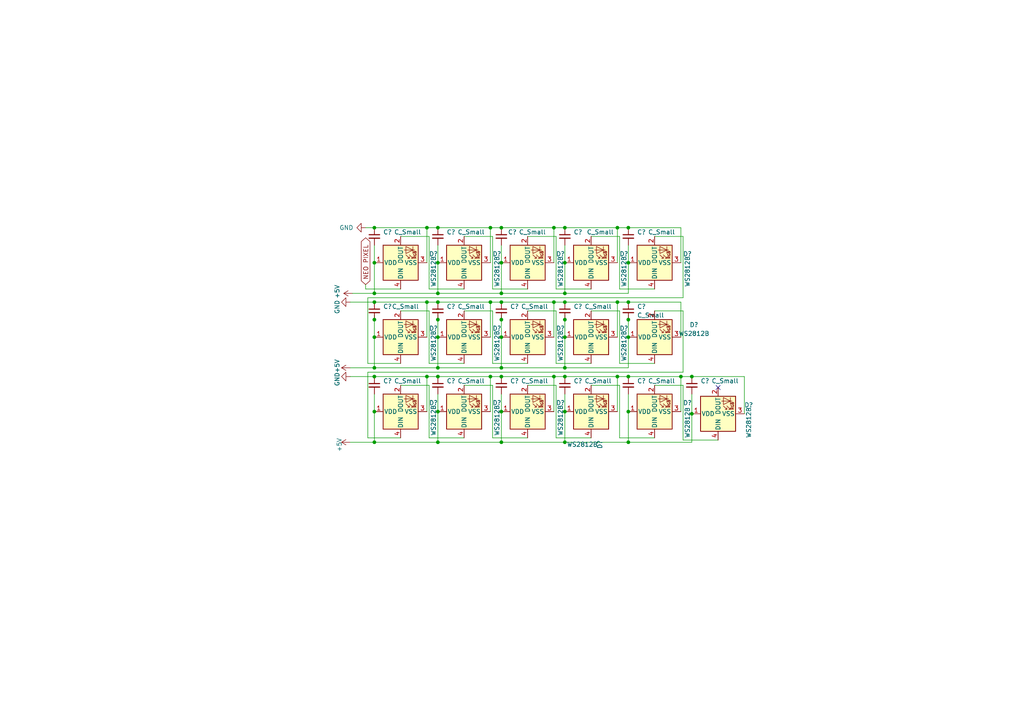
<source format=kicad_sch>
(kicad_sch (version 20211123) (generator eeschema)
  (paper "A4")
  (lib_symbols
    (symbol "Device:C_Small" (pin_numbers hide) (pin_names (offset 0.254) hide)
      (property "Reference" "C" (at 0.254 1.778 0))
      (property "Value" "C_Small" (at 0.254 -2.032 0))
      (symbol "C_Small_0_1"
        (polyline (pts (xy -1.524 -0.508) (xy 1.524 -0.508)) (stroke (width 0.3302)))
        (polyline (pts (xy -1.524 0.508) (xy 1.524 0.508)) (stroke (width 0.3048)))
      )
      (symbol "C_Small_1_1"
        (pin passive line (at 0 2.54 270) (length 2.032) (name "~") (number "1"))
        (pin passive line (at 0 -2.54 90) (length 2.032) (name "~") (number "2"))
      )
    )
    (symbol "LED:WS2812B" (pin_names (offset 0.254))
      (property "Reference" "D" (at 5.08 5.715 0))
      (property "Value" "WS2812B" (at 1.27 -5.715 0))
      (symbol "WS2812B_0_0"
        (text "RGB" (at 2.286 -4.191 0) (effects (font (size 0.762 0.762))))
      )
      (symbol "WS2812B_0_1"
        (polyline (pts (xy 1.27 -3.556) (xy 1.778 -3.556)))
        (polyline (pts (xy 1.27 -2.54) (xy 1.778 -2.54)))
        (polyline (pts (xy 4.699 -3.556) (xy 2.667 -3.556)))
        (polyline (pts (xy 2.286 -2.54) (xy 1.27 -3.556) (xy 1.27 -3.048)))
        (polyline (pts (xy 2.286 -1.524) (xy 1.27 -2.54) (xy 1.27 -2.032)))
        (polyline (pts (xy 3.683 -1.016) (xy 3.683 -3.556) (xy 3.683 -4.064)))
        (polyline (pts (xy 4.699 -1.524) (xy 2.667 -1.524) (xy 3.683 -3.556) (xy 4.699 -1.524)))
        (rectangle (start 5.08 5.08) (end -5.08 -5.08) (stroke (width 0.254)) (fill (type background)))
      )
      (symbol "WS2812B_1_1"
        (pin power_in line (at 0 7.62 270) (length 2.54) (name "VDD") (number "1"))
        (pin output line (at 7.62 0 180) (length 2.54) (name "DOUT") (number "2"))
        (pin power_in line (at 0 -7.62 90) (length 2.54) (name "VSS") (number "3"))
        (pin input line (at -7.62 0 0) (length 2.54) (name "DIN") (number "4"))
      )
    )
    (symbol "power:+5V" (power) (pin_names (offset 0))
      (property "Value" "+5V" (at 0 3.556 0))
      (symbol "+5V_0_1"
        (polyline (pts (xy -0.762 1.27) (xy 0 2.54)))
        (polyline (pts (xy 0 0) (xy 0 2.54)))
        (polyline (pts (xy 0 2.54) (xy 0.762 1.27)))
      )
      (symbol "+5V_1_1"
        (pin power_in line (at 0 0 90) (length 0) hide (name "+5V") (number "1"))
      )
    )
    (symbol "power:GND" (power) (pin_names (offset 0))
      (property "Value" "GND" (at 0 -3.81 0))
      (symbol "GND_0_1"
        (polyline (pts (xy 0 0) (xy 0 -1.27) (xy 1.27 -1.27) (xy 0 -2.54) (xy -1.27 -1.27) (xy 0 -1.27)))
      )
      (symbol "GND_1_1"
        (pin power_in line (at 0 0 270) (length 0) hide (name "GND") (number "1"))
      )
    )
  )
  (junction (at 163.83 109.22))
  (junction (at 108.585 66.04))
  (junction (at 108.585 128.27))
  (junction (at 182.245 97.79))
  (junction (at 127 92.71))
  (junction (at 182.245 119.38))
  (junction (at 108.585 76.2))
  (junction (at 182.245 76.2))
  (junction (at 108.585 87.63))
  (junction (at 142.24 109.22))
  (junction (at 127 76.2))
  (junction (at 179.07 87.63))
  (junction (at 108.585 85.09))
  (junction (at 163.83 119.38))
  (junction (at 127 87.63))
  (junction (at 145.415 76.2))
  (junction (at 179.07 66.04))
  (junction (at 127 106.68))
  (junction (at 163.83 76.2))
  (junction (at 163.83 66.04))
  (junction (at 182.245 66.04))
  (junction (at 200.66 120.015))
  (junction (at 145.415 66.04))
  (junction (at 182.245 92.71))
  (junction (at 182.245 128.27))
  (junction (at 145.415 85.09))
  (junction (at 179.07 109.22))
  (junction (at 145.415 92.71))
  (junction (at 160.655 87.63))
  (junction (at 182.245 87.63))
  (junction (at 108.585 119.38))
  (junction (at 163.83 128.27))
  (junction (at 163.83 106.68))
  (junction (at 160.655 109.22))
  (junction (at 163.83 92.71))
  (junction (at 127 66.04))
  (junction (at 145.415 128.27))
  (junction (at 123.825 109.22))
  (junction (at 145.415 106.68))
  (junction (at 163.83 87.63))
  (junction (at 197.485 109.22))
  (junction (at 142.24 87.63))
  (junction (at 163.83 97.79))
  (junction (at 123.825 66.04))
  (junction (at 127 128.27))
  (junction (at 123.825 87.63))
  (junction (at 145.415 119.38))
  (junction (at 127 97.79))
  (junction (at 108.585 109.22))
  (junction (at 127 119.38))
  (junction (at 127 109.22))
  (junction (at 163.83 85.09))
  (junction (at 145.415 109.22))
  (junction (at 142.24 66.04))
  (junction (at 182.245 109.22))
  (junction (at 108.585 106.68))
  (junction (at 200.66 109.22))
  (junction (at 108.585 92.71))
  (junction (at 145.415 87.63))
  (junction (at 145.415 97.79))
  (junction (at 108.585 97.79))
  (junction (at 127 85.09))
  (junction (at 160.655 66.04))
  (no_connect (at 208.28 112.395))
  (wire (pts (xy 200.66 114.3) (xy 200.66 120.015)))
  (wire (pts (xy 153.035 68.58) (xy 161.29 68.58)))
  (wire (pts (xy 142.875 111.76) (xy 134.62 111.76)))
  (wire (pts (xy 142.875 111.76) (xy 142.875 127)))
  (wire (pts (xy 108.585 109.22) (xy 123.825 109.22)))
  (wire (pts (xy 123.825 109.22) (xy 127 109.22)))
  (wire (pts (xy 163.83 119.38) (xy 163.83 128.27)))
  (wire (pts (xy 124.46 90.17) (xy 124.46 105.41)))
  (wire (pts (xy 127 97.79) (xy 127 106.68)))
  (wire (pts (xy 106.68 105.41) (xy 116.205 105.41)))
  (wire (pts (xy 171.45 90.17) (xy 179.705 90.17)))
  (wire (pts (xy 145.415 97.79) (xy 145.415 106.68)))
  (wire (pts (xy 163.83 109.22) (xy 179.07 109.22)))
  (wire (pts (xy 145.415 71.12) (xy 145.415 76.2)))
  (wire (pts (xy 123.825 109.22) (xy 123.825 119.38)))
  (wire (pts (xy 124.46 83.82) (xy 134.62 83.82)))
  (wire (pts (xy 153.035 90.17) (xy 161.29 90.17)))
  (wire (pts (xy 116.205 90.17) (xy 124.46 90.17)))
  (wire (pts (xy 142.24 66.04) (xy 145.415 66.04)))
  (wire (pts (xy 198.12 86.36) (xy 106.68 86.36)))
  (wire (pts (xy 182.245 128.27) (xy 200.66 128.27)))
  (wire (pts (xy 198.12 68.58) (xy 198.12 86.36)))
  (wire (pts (xy 160.655 87.63) (xy 160.655 97.79)))
  (wire (pts (xy 179.07 87.63) (xy 182.245 87.63)))
  (wire (pts (xy 161.29 90.17) (xy 161.29 105.41)))
  (wire (pts (xy 145.415 119.38) (xy 145.415 128.27)))
  (wire (pts (xy 179.705 111.76) (xy 171.45 111.76)))
  (wire (pts (xy 179.07 66.04) (xy 182.245 66.04)))
  (wire (pts (xy 163.83 71.12) (xy 163.83 76.2)))
  (wire (pts (xy 127 76.2) (xy 127 85.09)))
  (wire (pts (xy 200.66 109.22) (xy 215.9 109.22)))
  (wire (pts (xy 179.705 90.17) (xy 179.705 105.41)))
  (wire (pts (xy 182.245 66.04) (xy 197.485 66.04)))
  (wire (pts (xy 163.83 92.71) (xy 163.83 97.79)))
  (wire (pts (xy 108.585 91.44) (xy 108.585 92.71)))
  (wire (pts (xy 142.875 127) (xy 153.035 127)))
  (wire (pts (xy 106.68 127) (xy 116.205 127)))
  (wire (pts (xy 200.66 128.27) (xy 200.66 120.015)))
  (wire (pts (xy 108.585 128.27) (xy 127 128.27)))
  (wire (pts (xy 127 114.3) (xy 127 119.38)))
  (wire (pts (xy 127 128.27) (xy 145.415 128.27)))
  (wire (pts (xy 197.485 76.2) (xy 197.485 66.04)))
  (wire (pts (xy 163.83 91.44) (xy 163.83 92.71)))
  (wire (pts (xy 127 87.63) (xy 142.24 87.63)))
  (wire (pts (xy 127 66.04) (xy 142.24 66.04)))
  (wire (pts (xy 145.415 66.04) (xy 160.655 66.04)))
  (wire (pts (xy 116.205 68.58) (xy 124.46 68.58)))
  (wire (pts (xy 108.585 76.2) (xy 108.585 85.09)))
  (wire (pts (xy 108.585 85.09) (xy 127 85.09)))
  (wire (pts (xy 161.29 68.58) (xy 161.29 83.82)))
  (wire (pts (xy 123.825 87.63) (xy 123.825 97.79)))
  (wire (pts (xy 163.83 85.09) (xy 182.245 85.09)))
  (wire (pts (xy 160.655 66.04) (xy 160.655 76.2)))
  (wire (pts (xy 142.24 109.22) (xy 145.415 109.22)))
  (wire (pts (xy 160.655 87.63) (xy 163.83 87.63)))
  (wire (pts (xy 145.415 85.09) (xy 163.83 85.09)))
  (wire (pts (xy 108.585 66.04) (xy 123.825 66.04)))
  (wire (pts (xy 127 109.22) (xy 142.24 109.22)))
  (wire (pts (xy 197.485 109.22) (xy 197.485 119.38)))
  (wire (pts (xy 142.24 87.63) (xy 145.415 87.63)))
  (wire (pts (xy 161.29 83.82) (xy 171.45 83.82)))
  (wire (pts (xy 108.585 114.3) (xy 108.585 119.38)))
  (wire (pts (xy 106.045 82.55) (xy 106.045 83.82)))
  (wire (pts (xy 102.235 85.09) (xy 108.585 85.09)))
  (wire (pts (xy 215.9 109.22) (xy 215.9 120.015)))
  (wire (pts (xy 198.12 111.76) (xy 198.12 127.635)))
  (wire (pts (xy 142.24 87.63) (xy 142.24 97.79)))
  (wire (pts (xy 142.875 83.82) (xy 153.035 83.82)))
  (wire (pts (xy 163.83 97.79) (xy 163.83 106.68)))
  (wire (pts (xy 198.12 127.635) (xy 208.28 127.635)))
  (wire (pts (xy 106.68 86.36) (xy 106.68 105.41)))
  (wire (pts (xy 182.245 114.3) (xy 182.245 119.38)))
  (wire (pts (xy 163.83 128.27) (xy 182.245 128.27)))
  (wire (pts (xy 182.245 87.63) (xy 197.485 87.63)))
  (wire (pts (xy 160.655 109.22) (xy 160.655 119.38)))
  (wire (pts (xy 124.46 68.58) (xy 124.46 83.82)))
  (wire (pts (xy 163.83 76.2) (xy 163.83 85.09)))
  (wire (pts (xy 101.6 109.22) (xy 108.585 109.22)))
  (wire (pts (xy 179.705 127) (xy 189.865 127)))
  (wire (pts (xy 127 91.44) (xy 127 92.71)))
  (wire (pts (xy 182.245 85.09) (xy 182.245 76.2)))
  (wire (pts (xy 145.415 91.44) (xy 145.415 92.71)))
  (wire (pts (xy 179.07 66.04) (xy 179.07 76.2)))
  (wire (pts (xy 145.415 87.63) (xy 160.655 87.63)))
  (wire (pts (xy 189.865 90.17) (xy 198.12 90.17)))
  (wire (pts (xy 142.24 66.04) (xy 142.24 76.2)))
  (wire (pts (xy 145.415 109.22) (xy 160.655 109.22)))
  (wire (pts (xy 197.485 109.22) (xy 200.66 109.22)))
  (wire (pts (xy 127 106.68) (xy 145.415 106.68)))
  (wire (pts (xy 108.585 92.71) (xy 108.585 97.79)))
  (wire (pts (xy 142.875 68.58) (xy 142.875 83.82)))
  (wire (pts (xy 134.62 90.17) (xy 142.875 90.17)))
  (wire (pts (xy 182.245 92.71) (xy 182.245 97.79)))
  (wire (pts (xy 145.415 106.68) (xy 163.83 106.68)))
  (wire (pts (xy 123.825 66.04) (xy 123.825 76.2)))
  (wire (pts (xy 127 119.38) (xy 127 128.27)))
  (wire (pts (xy 127 92.71) (xy 127 97.79)))
  (wire (pts (xy 161.29 111.76) (xy 153.035 111.76)))
  (wire (pts (xy 179.07 87.63) (xy 179.07 97.79)))
  (wire (pts (xy 163.83 66.04) (xy 179.07 66.04)))
  (wire (pts (xy 189.865 68.58) (xy 198.12 68.58)))
  (wire (pts (xy 106.68 107.95) (xy 198.12 107.95)))
  (wire (pts (xy 198.12 111.76) (xy 189.865 111.76)))
  (wire (pts (xy 160.655 109.22) (xy 163.83 109.22)))
  (wire (pts (xy 179.705 68.58) (xy 179.705 83.82)))
  (wire (pts (xy 108.585 106.68) (xy 127 106.68)))
  (wire (pts (xy 108.585 97.79) (xy 108.585 106.68)))
  (wire (pts (xy 145.415 92.71) (xy 145.415 97.79)))
  (wire (pts (xy 179.07 109.22) (xy 179.07 119.38)))
  (wire (pts (xy 142.875 90.17) (xy 142.875 105.41)))
  (wire (pts (xy 108.585 87.63) (xy 123.825 87.63)))
  (wire (pts (xy 142.875 105.41) (xy 153.035 105.41)))
  (wire (pts (xy 124.46 111.76) (xy 116.205 111.76)))
  (wire (pts (xy 163.83 87.63) (xy 179.07 87.63)))
  (wire (pts (xy 160.655 66.04) (xy 163.83 66.04)))
  (wire (pts (xy 124.46 105.41) (xy 134.62 105.41)))
  (wire (pts (xy 123.825 87.63) (xy 127 87.63)))
  (wire (pts (xy 197.485 87.63) (xy 197.485 97.79)))
  (wire (pts (xy 182.245 109.22) (xy 197.485 109.22)))
  (wire (pts (xy 108.585 71.12) (xy 108.585 76.2)))
  (wire (pts (xy 127 85.09) (xy 145.415 85.09)))
  (wire (pts (xy 179.07 109.22) (xy 182.245 109.22)))
  (wire (pts (xy 182.245 106.68) (xy 182.245 97.79)))
  (wire (pts (xy 179.705 83.82) (xy 189.865 83.82)))
  (wire (pts (xy 163.83 114.3) (xy 163.83 119.38)))
  (wire (pts (xy 182.245 71.12) (xy 182.245 76.2)))
  (wire (pts (xy 106.68 107.95) (xy 106.68 127)))
  (wire (pts (xy 145.415 128.27) (xy 163.83 128.27)))
  (wire (pts (xy 106.045 66.04) (xy 108.585 66.04)))
  (wire (pts (xy 142.24 109.22) (xy 142.24 119.38)))
  (wire (pts (xy 134.62 68.58) (xy 142.875 68.58)))
  (wire (pts (xy 163.83 106.68) (xy 182.245 106.68)))
  (wire (pts (xy 145.415 76.2) (xy 145.415 85.09)))
  (wire (pts (xy 161.29 111.76) (xy 161.29 127)))
  (wire (pts (xy 108.585 119.38) (xy 108.585 128.27)))
  (wire (pts (xy 101.6 128.27) (xy 108.585 128.27)))
  (wire (pts (xy 179.705 105.41) (xy 189.865 105.41)))
  (wire (pts (xy 161.29 127) (xy 171.45 127)))
  (wire (pts (xy 124.46 111.76) (xy 124.46 127)))
  (wire (pts (xy 182.245 128.27) (xy 182.245 119.38)))
  (wire (pts (xy 161.29 105.41) (xy 171.45 105.41)))
  (wire (pts (xy 123.825 66.04) (xy 127 66.04)))
  (wire (pts (xy 106.045 83.82) (xy 116.205 83.82)))
  (wire (pts (xy 179.705 111.76) (xy 179.705 127)))
  (wire (pts (xy 198.12 90.17) (xy 198.12 107.95)))
  (wire (pts (xy 124.46 127) (xy 134.62 127)))
  (wire (pts (xy 171.45 68.58) (xy 179.705 68.58)))
  (wire (pts (xy 101.6 106.68) (xy 108.585 106.68)))
  (wire (pts (xy 127 71.12) (xy 127 76.2)))
  (wire (pts (xy 182.245 91.44) (xy 182.245 92.71)))
  (wire (pts (xy 145.415 114.3) (xy 145.415 119.38)))
  (wire (pts (xy 101.6 87.63) (xy 108.585 87.63)))
  (global_label "NEO PIXEL" (shape bidirectional) (at 106.045 82.55 90) (property "Intersheet References" "${INTERSHEET_REFS}" (effects hide)))
  (symbol (lib_id "Device:C_Small") (at 163.83 68.58 0) (unit 1)
    (property "Reference" "C?" (at 166.37 67.3162 0) (effects (justify left)))
    (property "Value" "C_Small" (at 170.18 67.31 0) (effects (justify left)))
    (property "Footprint" "Capacitor_SMD:C_0402_1005Metric" (effects hide))
    (property "LCSC" "C507422" (effects hide))
  )
  (symbol (lib_id "Device:C_Small") (at 182.245 111.76 0) (unit 1)
    (property "Reference" "C?" (at 184.785 110.4962 0) (effects (justify left)))
    (property "Value" "C_Small" (at 187.96 110.49 0) (effects (justify left)))
    (property "Footprint" "Capacitor_SMD:C_0402_1005Metric" (effects hide))
    (property "LCSC" "C507422" (effects hide))
  )
  (symbol (lib_id "LED:WS2812B") (at 153.035 97.79 90) (unit 1)
    (property "Reference" "D?" (at 162.56 95.25 90))
    (property "Value" "WS2812B" (at 162.56 100.33 0))
    (property "Footprint" "LED_SMD:LED_WS2812B_PLCC4_5.0x5.0mm_P3.2mm" (effects hide))
    (property "Datasheet" "https://cdn-shop.adafruit.com/datasheets/WS2812B.pdf" (effects hide))
    (property "LCSC" "C2761795" (effects hide))
  )
  (symbol (lib_id "LED:WS2812B") (at 134.62 97.79 90) (unit 1)
    (property "Reference" "D?" (at 144.145 95.25 90))
    (property "Value" "WS2812B" (at 144.145 100.33 0))
    (property "Footprint" "LED_SMD:LED_WS2812B_PLCC4_5.0x5.0mm_P3.2mm" (effects hide))
    (property "Datasheet" "https://cdn-shop.adafruit.com/datasheets/WS2812B.pdf" (effects hide))
    (property "LCSC" "C2761795" (effects hide))
  )
  (symbol (lib_id "LED:WS2812B") (at 171.45 97.79 90) (unit 1)
    (property "Reference" "D?" (at 180.975 95.25 90))
    (property "Value" "WS2812B" (at 180.975 100.33 0))
    (property "Footprint" "LED_SMD:LED_WS2812B_PLCC4_5.0x5.0mm_P3.2mm" (effects hide))
    (property "Datasheet" "https://cdn-shop.adafruit.com/datasheets/WS2812B.pdf" (effects hide))
    (property "LCSC" "C2761795" (effects hide))
  )
  (symbol (lib_id "Device:C_Small") (at 163.83 90.17 0) (unit 1)
    (property "Reference" "C?" (at 166.37 88.9062 0) (effects (justify left)))
    (property "Value" "C_Small" (at 169.545 88.9 0) (effects (justify left)))
    (property "Footprint" "Capacitor_SMD:C_0402_1005Metric" (effects hide))
    (property "LCSC" "C507422" (effects hide))
  )
  (symbol (lib_id "Device:C_Small") (at 145.415 111.76 0) (unit 1)
    (property "Reference" "C?" (at 147.955 110.4962 0) (effects (justify left)))
    (property "Value" "C_Small" (at 151.13 110.49 0) (effects (justify left)))
    (property "Footprint" "Capacitor_SMD:C_0402_1005Metric" (effects hide))
    (property "LCSC" "C507422" (effects hide))
  )
  (symbol (lib_id "Device:C_Small") (at 182.245 68.58 0) (unit 1)
    (property "Reference" "C?" (at 184.785 67.3162 0) (effects (justify left)))
    (property "Value" "C_Small" (at 187.96 67.31 0) (effects (justify left)))
    (property "Footprint" "Capacitor_SMD:C_0402_1005Metric" (effects hide))
    (property "LCSC" "C507422" (effects hide))
  )
  (symbol (lib_id "Device:C_Small") (at 145.415 68.58 0) (unit 1)
    (property "Reference" "C?" (at 147.32 67.3162 0) (effects (justify left)))
    (property "Value" "C_Small" (at 150.495 67.31 0) (effects (justify left)))
    (property "Footprint" "Capacitor_SMD:C_0402_1005Metric" (effects hide))
    (property "LCSC" "C507422" (effects hide))
  )
  (symbol (lib_id "LED:WS2812B") (at 189.865 119.38 90) (unit 1)
    (property "Reference" "D?" (at 199.39 116.84 90))
    (property "Value" "WS2812B" (at 199.39 122.555 0))
    (property "Footprint" "LED_SMD:LED_WS2812B_PLCC4_5.0x5.0mm_P3.2mm" (effects hide))
    (property "Datasheet" "https://cdn-shop.adafruit.com/datasheets/WS2812B.pdf" (effects hide))
    (property "LCSC" "C2761795" (effects hide))
  )
  (symbol (lib_id "LED:WS2812B") (at 153.035 76.2 90) (unit 1)
    (property "Reference" "D?" (at 162.56 73.66 90))
    (property "Value" "WS2812B" (at 162.56 78.74 0))
    (property "Footprint" "LED_SMD:LED_WS2812B_PLCC4_5.0x5.0mm_P3.2mm" (effects hide))
    (property "Datasheet" "https://cdn-shop.adafruit.com/datasheets/WS2812B.pdf" (effects hide))
    (property "LCSC" "C2761795" (effects hide))
  )
  (symbol (lib_id "Device:C_Small") (at 127 111.76 0) (unit 1)
    (property "Reference" "C?" (at 129.54 110.4962 0) (effects (justify left)))
    (property "Value" "C_Small" (at 132.715 110.49 0) (effects (justify left)))
    (property "Footprint" "Capacitor_SMD:C_0402_1005Metric" (effects hide))
    (property "LCSC" "C507422" (effects hide))
  )
  (symbol (lib_id "LED:WS2812B") (at 134.62 76.2 90) (unit 1)
    (property "Reference" "D?" (at 144.145 73.66 90))
    (property "Value" "WS2812B" (at 144.145 78.74 0))
    (property "Footprint" "LED_SMD:LED_WS2812B_PLCC4_5.0x5.0mm_P3.2mm" (effects hide))
    (property "Datasheet" "https://cdn-shop.adafruit.com/datasheets/WS2812B.pdf" (effects hide))
    (property "LCSL" "C2761795" (effects hide))
  )
  (symbol (lib_id "LED:WS2812B") (at 116.205 76.2 90) (unit 1)
    (property "Reference" "D?" (at 125.73 73.66 90))
    (property "Value" "WS2812B" (at 125.73 78.74 0))
    (property "Footprint" "LED_SMD:LED_WS2812B_PLCC4_5.0x5.0mm_P3.2mm" (effects hide))
    (property "Datasheet" "https://cdn-shop.adafruit.com/datasheets/WS2812B.pdf" (effects hide))
    (property "LCSC" "C2761795" (effects hide))
  )
  (symbol (lib_id "LED:WS2812B") (at 208.28 120.015 90) (unit 1)
    (property "Reference" "D?" (at 217.17 117.475 90))
    (property "Value" "WS2812B" (at 217.17 122.555 0))
    (property "Footprint" "LED_SMD:LED_WS2812B_PLCC4_5.0x5.0mm_P3.2mm" (effects hide))
    (property "Datasheet" "https://cdn-shop.adafruit.com/datasheets/WS2812B.pdf" (effects hide))
    (property "LCSC" "C2761795" (effects hide))
  )
  (symbol (lib_id "LED:WS2812B") (at 171.45 76.2 90) (unit 1)
    (property "Reference" "D?" (at 180.975 73.66 90))
    (property "Value" "WS2812B" (at 180.975 78.74 0))
    (property "Footprint" "LED_SMD:LED_WS2812B_PLCC4_5.0x5.0mm_P3.2mm" (effects hide))
    (property "Datasheet" "https://cdn-shop.adafruit.com/datasheets/WS2812B.pdf" (effects hide))
    (property "LCSC" "C2761795" (effects hide))
  )
  (symbol (lib_id "LED:WS2812B") (at 189.865 76.2 90) (unit 1)
    (property "Reference" "D?" (at 199.39 73.66 90))
    (property "Value" "WS2812B" (at 199.39 78.74 0))
    (property "Footprint" "LED_SMD:LED_WS2812B_PLCC4_5.0x5.0mm_P3.2mm" (effects hide))
    (property "Datasheet" "https://cdn-shop.adafruit.com/datasheets/WS2812B.pdf" (effects hide))
    (property "LCSC" "C2761795" (effects hide))
  )
  (symbol (lib_id "power:GND") (at 106.045 66.04 270) (unit 1)
    (property "Reference" "#PWR?" (effects hide))
    (property "Value" "GND" (at 98.425 66.04 90) (effects (justify left)))
  )
  (symbol (lib_id "Device:C_Small") (at 108.585 90.17 0) (unit 1)
    (property "Reference" "C?" (at 111.125 88.9062 0) (effects (justify left)))
    (property "Value" "C_Small" (at 113.665 88.9 0) (effects (justify left)))
    (property "Footprint" "Capacitor_SMD:C_0402_1005Metric" (effects hide))
    (property "LCSC" "C507422" (effects hide))
  )
  (symbol (lib_id "LED:WS2812B") (at 189.865 97.79 90) (unit 1)
    (property "Reference" "D?" (at 201.295 94.2086 90))
    (property "Value" "WS2812B" (at 201.295 96.7486 90))
    (property "Footprint" "LED_SMD:LED_WS2812B_PLCC4_5.0x5.0mm_P3.2mm" (effects hide))
    (property "Datasheet" "https://cdn-shop.adafruit.com/datasheets/WS2812B.pdf" (effects hide))
    (property "LCSC" "C2761795" (effects hide))
  )
  (symbol (lib_id "LED:WS2812B") (at 171.45 119.38 90) (unit 1)
    (property "Reference" "D?" (at 173.99 128.905 0))
    (property "Value" "WS2812B" (at 168.91 128.905 90))
    (property "Footprint" "LED_SMD:LED_WS2812B_PLCC4_5.0x5.0mm_P3.2mm" (effects hide))
    (property "Datasheet" "https://cdn-shop.adafruit.com/datasheets/WS2812B.pdf" (effects hide))
    (property "LCSC" "C2761795" (effects hide))
  )
  (symbol (lib_id "power:GND") (at 101.6 87.63 270) (unit 1)
    (property "Reference" "#PWR?" (effects hide))
    (property "Value" "GND" (at 97.79 86.995 0) (effects (justify left)))
  )
  (symbol (lib_id "Device:C_Small") (at 108.585 68.58 0) (unit 1)
    (property "Reference" "C?" (at 111.125 67.31 0) (effects (justify left)))
    (property "Value" "C_Small" (at 114.3 67.31 0) (effects (justify left)))
    (property "Footprint" "Capacitor_SMD:C_0402_1005Metric" (effects hide))
    (property "LCSC" "C507422" (effects hide))
  )
  (symbol (lib_id "Device:C_Small") (at 127 90.17 0) (unit 1)
    (property "Reference" "C?" (at 129.54 88.9062 0) (effects (justify left)))
    (property "Value" "C_Small" (at 132.715 88.9 0) (effects (justify left)))
    (property "Footprint" "Capacitor_SMD:C_0402_1005Metric" (effects hide))
    (property "LCSC" "C507422" (effects hide))
  )
  (symbol (lib_id "Device:C_Small") (at 127 68.58 0) (unit 1)
    (property "Reference" "C?" (at 129.54 67.3162 0) (effects (justify left)))
    (property "Value" "C_Small" (at 132.715 67.31 0) (effects (justify left)))
    (property "Footprint" "Capacitor_SMD:C_0402_1005Metric" (effects hide))
    (property "LCSC" "C507422" (effects hide))
  )
  (symbol (lib_id "Device:C_Small") (at 145.415 90.17 0) (unit 1)
    (property "Reference" "C?" (at 147.955 88.9062 0) (effects (justify left)))
    (property "Value" "C_Small" (at 151.13 88.9 0) (effects (justify left)))
    (property "Footprint" "Capacitor_SMD:C_0402_1005Metric" (effects hide))
    (property "LCSC" "C507422" (effects hide))
  )
  (symbol (lib_id "LED:WS2812B") (at 116.205 97.79 90) (unit 1)
    (property "Reference" "D?" (at 125.73 95.25 90))
    (property "Value" "WS2812B" (at 125.73 100.33 0))
    (property "Footprint" "LED_SMD:LED_WS2812B_PLCC4_5.0x5.0mm_P3.2mm" (effects hide))
    (property "Datasheet" "https://cdn-shop.adafruit.com/datasheets/WS2812B.pdf" (effects hide))
    (property "LCSC" "C2761795" (effects hide))
  )
  (symbol (lib_id "LED:WS2812B") (at 134.62 119.38 90) (unit 1)
    (property "Reference" "D?" (at 144.145 116.84 90))
    (property "Value" "WS2812B" (at 144.145 121.92 0))
    (property "Footprint" "LED_SMD:LED_WS2812B_PLCC4_5.0x5.0mm_P3.2mm" (effects hide))
    (property "Datasheet" "https://cdn-shop.adafruit.com/datasheets/WS2812B.pdf" (effects hide))
    (property "LCSC" "C2761795" (effects hide))
  )
  (symbol (lib_id "Device:C_Small") (at 200.66 111.76 0) (unit 1)
    (property "Reference" "C?" (at 203.2 110.4962 0) (effects (justify left)))
    (property "Value" "C_Small" (at 206.375 110.49 0) (effects (justify left)))
    (property "Footprint" "Capacitor_SMD:C_0402_1005Metric" (effects hide))
    (property "LCSC" "C507422" (effects hide))
  )
  (symbol (lib_id "LED:WS2812B") (at 116.205 119.38 90) (unit 1)
    (property "Reference" "D?" (at 125.73 116.84 90))
    (property "Value" "WS2812B" (at 125.73 121.92 0))
    (property "Footprint" "LED_SMD:LED_WS2812B_PLCC4_5.0x5.0mm_P3.2mm" (effects hide))
    (property "Datasheet" "https://cdn-shop.adafruit.com/datasheets/WS2812B.pdf" (effects hide))
    (property "LCSC" "C2761795" (effects hide))
  )
  (symbol (lib_id "Device:C_Small") (at 163.83 111.76 0) (unit 1)
    (property "Reference" "C?" (at 166.37 110.4962 0) (effects (justify left)))
    (property "Value" "C_Small" (at 169.545 110.49 0) (effects (justify left)))
    (property "Footprint" "Capacitor_SMD:C_0402_1005Metric" (effects hide))
    (property "LCSC" "C507422" (effects hide))
  )
  (symbol (lib_id "LED:WS2812B") (at 153.035 119.38 90) (unit 1)
    (property "Reference" "D?" (at 162.56 116.84 90))
    (property "Value" "WS2812B" (at 162.56 121.92 0))
    (property "Footprint" "LED_SMD:LED_WS2812B_PLCC4_5.0x5.0mm_P3.2mm" (effects hide))
    (property "Datasheet" "https://cdn-shop.adafruit.com/datasheets/WS2812B.pdf" (effects hide))
    (property "LCSC" "C2761795" (effects hide))
  )
  (symbol (lib_id "power:+5V") (at 101.6 128.27 90) (unit 1)
    (property "Reference" "#PWR?" (effects hide))
    (property "Value" "+5V" (at 98.425 127 0) (effects (justify right)))
  )
  (symbol (lib_id "Device:C_Small") (at 182.245 90.17 0) (unit 1)
    (property "Reference" "C?" (at 184.785 88.9062 0) (effects (justify left)))
    (property "Value" "C_Small" (at 184.785 91.4462 0) (effects (justify left)))
    (property "Footprint" "Capacitor_SMD:C_0402_1005Metric" (effects hide))
    (property "LCSC" "C507422" (effects hide))
  )
  (symbol (lib_id "power:GND") (at 101.6 109.22 270) (unit 1)
    (property "Reference" "#PWR?" (effects hide))
    (property "Value" "GND" (at 97.79 107.95 0) (effects (justify left)))
  )
  (symbol (lib_id "power:+5V") (at 102.235 85.09 90) (unit 1)
    (property "Reference" "#PWR?" (effects hide))
    (property "Value" "+5V" (at 97.79 82.55 0) (effects (justify right)))
  )
  (symbol (lib_id "Device:C_Small") (at 108.585 111.76 0) (unit 1)
    (property "Reference" "C?" (at 111.125 110.4962 0) (effects (justify left)))
    (property "Value" "C_Small" (at 114.3 110.49 0) (effects (justify left)))
    (property "Footprint" "Capacitor_SMD:C_0402_1005Metric" (effects hide))
    (property "LCSC" "C507422" (effects hide))
  )
  (symbol (lib_id "power:+5V") (at 101.6 106.68 90) (unit 1)
    (property "Reference" "#PWR?" (effects hide))
    (property "Value" "+5V" (at 97.79 104.14 0) (effects (justify right)))
  )
)
</source>
